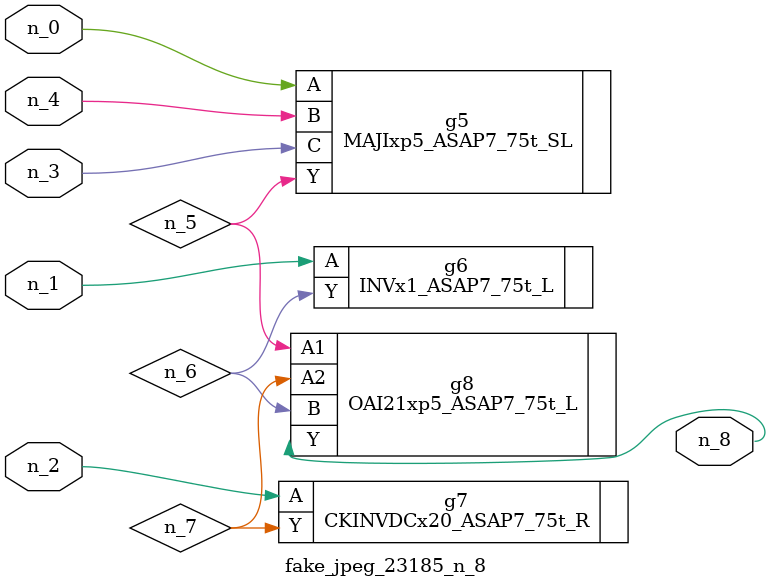
<source format=v>
module fake_jpeg_23185_n_8 (n_3, n_2, n_1, n_0, n_4, n_8);

input n_3;
input n_2;
input n_1;
input n_0;
input n_4;

output n_8;

wire n_6;
wire n_5;
wire n_7;

MAJIxp5_ASAP7_75t_SL g5 ( 
.A(n_0),
.B(n_4),
.C(n_3),
.Y(n_5)
);

INVx1_ASAP7_75t_L g6 ( 
.A(n_1),
.Y(n_6)
);

CKINVDCx20_ASAP7_75t_R g7 ( 
.A(n_2),
.Y(n_7)
);

OAI21xp5_ASAP7_75t_L g8 ( 
.A1(n_5),
.A2(n_7),
.B(n_6),
.Y(n_8)
);


endmodule
</source>
